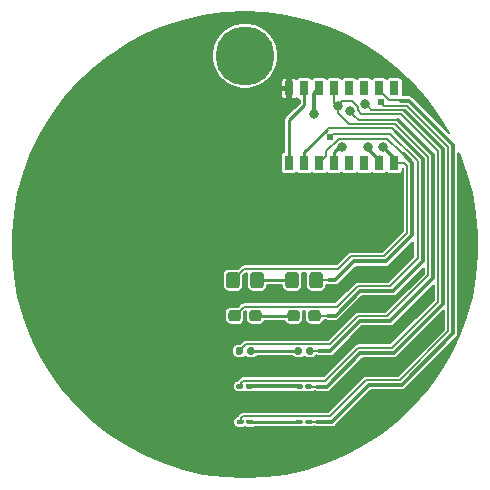
<source format=gbr>
G04 #@! TF.GenerationSoftware,KiCad,Pcbnew,5.1.9*
G04 #@! TF.CreationDate,2021-04-20T19:19:39+02:00*
G04 #@! TF.ProjectId,nibble++,6e696262-6c65-42b2-9b2e-6b696361645f,rev?*
G04 #@! TF.SameCoordinates,Original*
G04 #@! TF.FileFunction,Copper,L1,Top*
G04 #@! TF.FilePolarity,Positive*
%FSLAX46Y46*%
G04 Gerber Fmt 4.6, Leading zero omitted, Abs format (unit mm)*
G04 Created by KiCad (PCBNEW 5.1.9) date 2021-04-20 19:19:39*
%MOMM*%
%LPD*%
G01*
G04 APERTURE LIST*
G04 #@! TA.AperFunction,ComponentPad*
%ADD10C,5.000000*%
G04 #@! TD*
G04 #@! TA.AperFunction,SMDPad,CuDef*
%ADD11R,0.800000X1.300000*%
G04 #@! TD*
G04 #@! TA.AperFunction,ViaPad*
%ADD12C,0.800000*%
G04 #@! TD*
G04 #@! TA.AperFunction,ViaPad*
%ADD13C,0.604800*%
G04 #@! TD*
G04 #@! TA.AperFunction,Conductor*
%ADD14C,0.152400*%
G04 #@! TD*
G04 #@! TA.AperFunction,Conductor*
%ADD15C,0.304800*%
G04 #@! TD*
G04 #@! TA.AperFunction,Conductor*
%ADD16C,0.250000*%
G04 #@! TD*
G04 #@! TA.AperFunction,Conductor*
%ADD17C,0.177800*%
G04 #@! TD*
G04 #@! TA.AperFunction,Conductor*
%ADD18C,0.100000*%
G04 #@! TD*
G04 APERTURE END LIST*
G04 #@! TA.AperFunction,SMDPad,CuDef*
G36*
G01*
X103600000Y-106237500D02*
X103600000Y-105762500D01*
G75*
G02*
X103837500Y-105525000I237500J0D01*
G01*
X104412500Y-105525000D01*
G75*
G02*
X104650000Y-105762500I0J-237500D01*
G01*
X104650000Y-106237500D01*
G75*
G02*
X104412500Y-106475000I-237500J0D01*
G01*
X103837500Y-106475000D01*
G75*
G02*
X103600000Y-106237500I0J237500D01*
G01*
G37*
G04 #@! TD.AperFunction*
G04 #@! TA.AperFunction,SMDPad,CuDef*
G36*
G01*
X105350000Y-106237500D02*
X105350000Y-105762500D01*
G75*
G02*
X105587500Y-105525000I237500J0D01*
G01*
X106162500Y-105525000D01*
G75*
G02*
X106400000Y-105762500I0J-237500D01*
G01*
X106400000Y-106237500D01*
G75*
G02*
X106162500Y-106475000I-237500J0D01*
G01*
X105587500Y-106475000D01*
G75*
G02*
X105350000Y-106237500I0J237500D01*
G01*
G37*
G04 #@! TD.AperFunction*
G04 #@! TA.AperFunction,SMDPad,CuDef*
G36*
G01*
X103400000Y-103450001D02*
X103400000Y-102549999D01*
G75*
G02*
X103649999Y-102300000I249999J0D01*
G01*
X104300001Y-102300000D01*
G75*
G02*
X104550000Y-102549999I0J-249999D01*
G01*
X104550000Y-103450001D01*
G75*
G02*
X104300001Y-103700000I-249999J0D01*
G01*
X103649999Y-103700000D01*
G75*
G02*
X103400000Y-103450001I0J249999D01*
G01*
G37*
G04 #@! TD.AperFunction*
G04 #@! TA.AperFunction,SMDPad,CuDef*
G36*
G01*
X105450000Y-103450001D02*
X105450000Y-102549999D01*
G75*
G02*
X105699999Y-102300000I249999J0D01*
G01*
X106350001Y-102300000D01*
G75*
G02*
X106600000Y-102549999I0J-249999D01*
G01*
X106600000Y-103450001D01*
G75*
G02*
X106350001Y-103700000I-249999J0D01*
G01*
X105699999Y-103700000D01*
G75*
G02*
X105450000Y-103450001I0J249999D01*
G01*
G37*
G04 #@! TD.AperFunction*
G04 #@! TA.AperFunction,SMDPad,CuDef*
G36*
G01*
X100190000Y-109172500D02*
X100190000Y-108827500D01*
G75*
G02*
X100337500Y-108680000I147500J0D01*
G01*
X100632500Y-108680000D01*
G75*
G02*
X100780000Y-108827500I0J-147500D01*
G01*
X100780000Y-109172500D01*
G75*
G02*
X100632500Y-109320000I-147500J0D01*
G01*
X100337500Y-109320000D01*
G75*
G02*
X100190000Y-109172500I0J147500D01*
G01*
G37*
G04 #@! TD.AperFunction*
G04 #@! TA.AperFunction,SMDPad,CuDef*
G36*
G01*
X99220000Y-109172500D02*
X99220000Y-108827500D01*
G75*
G02*
X99367500Y-108680000I147500J0D01*
G01*
X99662500Y-108680000D01*
G75*
G02*
X99810000Y-108827500I0J-147500D01*
G01*
X99810000Y-109172500D01*
G75*
G02*
X99662500Y-109320000I-147500J0D01*
G01*
X99367500Y-109320000D01*
G75*
G02*
X99220000Y-109172500I0J147500D01*
G01*
G37*
G04 #@! TD.AperFunction*
D10*
X100000000Y-84000000D03*
G04 #@! TA.AperFunction,SMDPad,CuDef*
G36*
G01*
X105190000Y-109172500D02*
X105190000Y-108827500D01*
G75*
G02*
X105337500Y-108680000I147500J0D01*
G01*
X105632500Y-108680000D01*
G75*
G02*
X105780000Y-108827500I0J-147500D01*
G01*
X105780000Y-109172500D01*
G75*
G02*
X105632500Y-109320000I-147500J0D01*
G01*
X105337500Y-109320000D01*
G75*
G02*
X105190000Y-109172500I0J147500D01*
G01*
G37*
G04 #@! TD.AperFunction*
G04 #@! TA.AperFunction,SMDPad,CuDef*
G36*
G01*
X104220000Y-109172500D02*
X104220000Y-108827500D01*
G75*
G02*
X104367500Y-108680000I147500J0D01*
G01*
X104662500Y-108680000D01*
G75*
G02*
X104810000Y-108827500I0J-147500D01*
G01*
X104810000Y-109172500D01*
G75*
G02*
X104662500Y-109320000I-147500J0D01*
G01*
X104367500Y-109320000D01*
G75*
G02*
X104220000Y-109172500I0J147500D01*
G01*
G37*
G04 #@! TD.AperFunction*
G04 #@! TA.AperFunction,SMDPad,CuDef*
G36*
G01*
X98400000Y-103450001D02*
X98400000Y-102549999D01*
G75*
G02*
X98649999Y-102300000I249999J0D01*
G01*
X99300001Y-102300000D01*
G75*
G02*
X99550000Y-102549999I0J-249999D01*
G01*
X99550000Y-103450001D01*
G75*
G02*
X99300001Y-103700000I-249999J0D01*
G01*
X98649999Y-103700000D01*
G75*
G02*
X98400000Y-103450001I0J249999D01*
G01*
G37*
G04 #@! TD.AperFunction*
G04 #@! TA.AperFunction,SMDPad,CuDef*
G36*
G01*
X100450000Y-103450001D02*
X100450000Y-102549999D01*
G75*
G02*
X100699999Y-102300000I249999J0D01*
G01*
X101350001Y-102300000D01*
G75*
G02*
X101600000Y-102549999I0J-249999D01*
G01*
X101600000Y-103450001D01*
G75*
G02*
X101350001Y-103700000I-249999J0D01*
G01*
X100699999Y-103700000D01*
G75*
G02*
X100450000Y-103450001I0J249999D01*
G01*
G37*
G04 #@! TD.AperFunction*
G04 #@! TA.AperFunction,SMDPad,CuDef*
G36*
G01*
X98600000Y-106237500D02*
X98600000Y-105762500D01*
G75*
G02*
X98837500Y-105525000I237500J0D01*
G01*
X99412500Y-105525000D01*
G75*
G02*
X99650000Y-105762500I0J-237500D01*
G01*
X99650000Y-106237500D01*
G75*
G02*
X99412500Y-106475000I-237500J0D01*
G01*
X98837500Y-106475000D01*
G75*
G02*
X98600000Y-106237500I0J237500D01*
G01*
G37*
G04 #@! TD.AperFunction*
G04 #@! TA.AperFunction,SMDPad,CuDef*
G36*
G01*
X100350000Y-106237500D02*
X100350000Y-105762500D01*
G75*
G02*
X100587500Y-105525000I237500J0D01*
G01*
X101162500Y-105525000D01*
G75*
G02*
X101400000Y-105762500I0J-237500D01*
G01*
X101400000Y-106237500D01*
G75*
G02*
X101162500Y-106475000I-237500J0D01*
G01*
X100587500Y-106475000D01*
G75*
G02*
X100350000Y-106237500I0J237500D01*
G01*
G37*
G04 #@! TD.AperFunction*
G04 #@! TA.AperFunction,SMDPad,CuDef*
G36*
G01*
X100064200Y-112088600D02*
X100064200Y-111888600D01*
G75*
G02*
X100164200Y-111788600I100000J0D01*
G01*
X100564200Y-111788600D01*
G75*
G02*
X100664200Y-111888600I0J-100000D01*
G01*
X100664200Y-112088600D01*
G75*
G02*
X100564200Y-112188600I-100000J0D01*
G01*
X100164200Y-112188600D01*
G75*
G02*
X100064200Y-112088600I0J100000D01*
G01*
G37*
G04 #@! TD.AperFunction*
G04 #@! TA.AperFunction,SMDPad,CuDef*
G36*
G01*
X99264200Y-112088600D02*
X99264200Y-111888600D01*
G75*
G02*
X99364200Y-111788600I100000J0D01*
G01*
X99764200Y-111788600D01*
G75*
G02*
X99864200Y-111888600I0J-100000D01*
G01*
X99864200Y-112088600D01*
G75*
G02*
X99764200Y-112188600I-100000J0D01*
G01*
X99364200Y-112188600D01*
G75*
G02*
X99264200Y-112088600I0J100000D01*
G01*
G37*
G04 #@! TD.AperFunction*
G04 #@! TA.AperFunction,SMDPad,CuDef*
G36*
G01*
X99300000Y-115100000D02*
X99300000Y-114900000D01*
G75*
G02*
X99400000Y-114800000I100000J0D01*
G01*
X99800000Y-114800000D01*
G75*
G02*
X99900000Y-114900000I0J-100000D01*
G01*
X99900000Y-115100000D01*
G75*
G02*
X99800000Y-115200000I-100000J0D01*
G01*
X99400000Y-115200000D01*
G75*
G02*
X99300000Y-115100000I0J100000D01*
G01*
G37*
G04 #@! TD.AperFunction*
G04 #@! TA.AperFunction,SMDPad,CuDef*
G36*
G01*
X100100000Y-115100000D02*
X100100000Y-114900000D01*
G75*
G02*
X100200000Y-114800000I100000J0D01*
G01*
X100600000Y-114800000D01*
G75*
G02*
X100700000Y-114900000I0J-100000D01*
G01*
X100700000Y-115100000D01*
G75*
G02*
X100600000Y-115200000I-100000J0D01*
G01*
X100200000Y-115200000D01*
G75*
G02*
X100100000Y-115100000I0J100000D01*
G01*
G37*
G04 #@! TD.AperFunction*
G04 #@! TA.AperFunction,SMDPad,CuDef*
G36*
G01*
X104300000Y-112100000D02*
X104300000Y-111900000D01*
G75*
G02*
X104400000Y-111800000I100000J0D01*
G01*
X104800000Y-111800000D01*
G75*
G02*
X104900000Y-111900000I0J-100000D01*
G01*
X104900000Y-112100000D01*
G75*
G02*
X104800000Y-112200000I-100000J0D01*
G01*
X104400000Y-112200000D01*
G75*
G02*
X104300000Y-112100000I0J100000D01*
G01*
G37*
G04 #@! TD.AperFunction*
G04 #@! TA.AperFunction,SMDPad,CuDef*
G36*
G01*
X105100000Y-112100000D02*
X105100000Y-111900000D01*
G75*
G02*
X105200000Y-111800000I100000J0D01*
G01*
X105600000Y-111800000D01*
G75*
G02*
X105700000Y-111900000I0J-100000D01*
G01*
X105700000Y-112100000D01*
G75*
G02*
X105600000Y-112200000I-100000J0D01*
G01*
X105200000Y-112200000D01*
G75*
G02*
X105100000Y-112100000I0J100000D01*
G01*
G37*
G04 #@! TD.AperFunction*
G04 #@! TA.AperFunction,SMDPad,CuDef*
G36*
G01*
X104300000Y-115073500D02*
X104300000Y-114923500D01*
G75*
G02*
X104375000Y-114848500I75000J0D01*
G01*
X104825000Y-114848500D01*
G75*
G02*
X104900000Y-114923500I0J-75000D01*
G01*
X104900000Y-115073500D01*
G75*
G02*
X104825000Y-115148500I-75000J0D01*
G01*
X104375000Y-115148500D01*
G75*
G02*
X104300000Y-115073500I0J75000D01*
G01*
G37*
G04 #@! TD.AperFunction*
G04 #@! TA.AperFunction,SMDPad,CuDef*
G36*
G01*
X105100000Y-115073500D02*
X105100000Y-114923500D01*
G75*
G02*
X105175000Y-114848500I75000J0D01*
G01*
X105625000Y-114848500D01*
G75*
G02*
X105700000Y-114923500I0J-75000D01*
G01*
X105700000Y-115073500D01*
G75*
G02*
X105625000Y-115148500I-75000J0D01*
G01*
X105175000Y-115148500D01*
G75*
G02*
X105100000Y-115073500I0J75000D01*
G01*
G37*
G04 #@! TD.AperFunction*
D11*
X103754000Y-93066000D03*
X105034000Y-93066000D03*
X106294000Y-93066000D03*
X107564000Y-93066000D03*
X108844000Y-93066000D03*
X110114000Y-93066000D03*
X111374000Y-93066000D03*
X112654000Y-93066000D03*
X112654000Y-86766000D03*
X111374000Y-86766000D03*
X110114000Y-86766000D03*
X108844000Y-86766000D03*
X107564000Y-86766000D03*
X106294000Y-86766000D03*
X105034000Y-86766000D03*
X103754000Y-86766000D03*
D12*
X107856229Y-88267646D03*
X111675547Y-91702253D03*
D13*
X107182213Y-90906908D03*
X111498410Y-87918412D03*
D12*
X103759000Y-88328500D03*
X108861082Y-88676976D03*
X108188506Y-91751400D03*
X110143505Y-88052807D03*
X110430189Y-91684410D03*
X105854500Y-88963500D03*
D14*
X99515000Y-106390000D02*
X99125000Y-106000000D01*
X99680000Y-109165000D02*
X99515000Y-109000000D01*
X107564000Y-86766000D02*
X107564000Y-87975417D01*
X107564000Y-87975417D02*
X107856229Y-88267646D01*
X109537283Y-88606399D02*
X109537283Y-88352399D01*
X116344644Y-104825856D02*
X116344644Y-92087644D01*
X99680000Y-111700000D02*
X99874000Y-111506000D01*
X106807000Y-111506000D02*
X109601000Y-108712000D01*
X109601000Y-108712000D02*
X112458500Y-108712000D01*
X116344644Y-92087644D02*
X113182400Y-88925400D01*
X109052531Y-87867647D02*
X108256228Y-87867647D01*
X109537283Y-88352399D02*
X109052531Y-87867647D01*
X112458500Y-108712000D02*
X116344644Y-104825856D01*
X109856284Y-88925400D02*
X109537283Y-88606399D01*
X113182400Y-88925400D02*
X109856284Y-88925400D01*
X99874000Y-111506000D02*
X106807000Y-111506000D01*
X108256228Y-87867647D02*
X107856229Y-88267646D01*
D15*
X112654000Y-92680706D02*
X112075546Y-92102252D01*
X112075546Y-92102252D02*
X111675547Y-91702253D01*
X112654000Y-93066000D02*
X112654000Y-92680706D01*
D14*
X99826800Y-111506000D02*
X99644200Y-111688600D01*
X99644200Y-111688600D02*
X99644200Y-111988600D01*
X99874000Y-111506000D02*
X99826800Y-111506000D01*
X107856229Y-88833331D02*
X107856229Y-88267646D01*
X108805519Y-89782621D02*
X107856229Y-88833331D01*
X112702293Y-89782621D02*
X108805519Y-89782621D01*
X115487422Y-92567750D02*
X112702293Y-89782621D01*
X100111210Y-108403790D02*
X107191410Y-108403790D01*
X107191410Y-108403790D02*
X109550200Y-106045000D01*
X99515000Y-109000000D02*
X100111210Y-108403790D01*
X115487422Y-102596978D02*
X115487422Y-92567750D01*
X109550200Y-106045000D02*
X112039400Y-106045000D01*
X112039400Y-106045000D02*
X115487422Y-102596978D01*
X107484612Y-90604509D02*
X107182213Y-90906908D01*
X114617500Y-92925900D02*
X112296109Y-90604509D01*
X99876210Y-105248790D02*
X107806410Y-105248790D01*
X109550200Y-103505000D02*
X112268000Y-103505000D01*
X99125000Y-106000000D02*
X99876210Y-105248790D01*
X112296109Y-90604509D02*
X107484612Y-90604509D01*
X107806410Y-105248790D02*
X109550200Y-103505000D01*
X112268000Y-103505000D02*
X114617500Y-101155500D01*
X114617500Y-101155500D02*
X114617500Y-92925900D01*
X113093500Y-111442500D02*
X117205111Y-107330889D01*
X110239080Y-111442500D02*
X113093500Y-111442500D01*
X113689872Y-88220578D02*
X111800576Y-88220578D01*
X117205111Y-107330889D02*
X117205111Y-91735817D01*
X111800576Y-88220578D02*
X111498410Y-87918412D01*
X99680000Y-115000000D02*
X99680000Y-114700000D01*
X117205111Y-91735817D02*
X113689872Y-88220578D01*
X107157790Y-114523790D02*
X110239080Y-111442500D01*
X99680000Y-114700000D02*
X99856210Y-114523790D01*
X99856210Y-114523790D02*
X107157790Y-114523790D01*
X113466000Y-93066000D02*
X112654000Y-93066000D01*
X113728500Y-93328500D02*
X113466000Y-93066000D01*
X108966000Y-100965000D02*
X111760000Y-100965000D01*
X113728500Y-98996500D02*
X113728500Y-93328500D01*
X98975000Y-103000000D02*
X99951210Y-102023790D01*
X99951210Y-102023790D02*
X107907210Y-102023790D01*
X107907210Y-102023790D02*
X108966000Y-100965000D01*
X111760000Y-100965000D02*
X113728500Y-98996500D01*
D16*
X103759000Y-86771000D02*
X103754000Y-86766000D01*
X103759000Y-88328500D02*
X103759000Y-86771000D01*
X101025000Y-103000000D02*
X103975000Y-103000000D01*
X100875000Y-106000000D02*
X104125000Y-106000000D01*
X100485000Y-109000000D02*
X104515000Y-109000000D01*
D15*
X104668600Y-111988600D02*
X104680000Y-112000000D01*
X100284200Y-111988600D02*
X104668600Y-111988600D01*
D16*
X100320000Y-115000000D02*
X104724990Y-115000000D01*
D14*
X113426889Y-92341435D02*
X113225253Y-92139799D01*
X113225253Y-92139799D02*
X113196399Y-92139799D01*
X113196399Y-92139799D02*
X112064800Y-91008200D01*
X106887799Y-92472201D02*
X106294000Y-93066000D01*
X106887799Y-92051329D02*
X106887799Y-92472201D01*
X107930928Y-91008200D02*
X106887799Y-92051329D01*
X112064800Y-91008200D02*
X107930928Y-91008200D01*
X106025000Y-103000000D02*
X106931000Y-103000000D01*
D15*
X114173000Y-93087546D02*
X113426889Y-92341435D01*
X114173000Y-99187000D02*
X114173000Y-93087546D01*
X111950500Y-101409500D02*
X114173000Y-99187000D01*
X109220000Y-101409500D02*
X111950500Y-101409500D01*
X107629500Y-103000000D02*
X109220000Y-101409500D01*
D14*
X106025000Y-103000000D02*
X107108800Y-103000000D01*
D15*
X107108800Y-103000000D02*
X107629500Y-103000000D01*
D16*
X105034000Y-93066000D02*
X105034000Y-92166000D01*
X105034000Y-92166000D02*
X106914577Y-90285423D01*
D14*
X112746884Y-90445684D02*
X112436231Y-90135031D01*
X112746884Y-90449137D02*
X112746884Y-90445684D01*
X107064969Y-90135031D02*
X106914577Y-90285423D01*
X112436231Y-90135031D02*
X107064969Y-90135031D01*
D15*
X114795036Y-92497289D02*
X112746884Y-90449137D01*
X107664800Y-106000000D02*
X109731189Y-103933611D01*
X109731189Y-103933611D02*
X112521736Y-103933611D01*
X112521736Y-103933611D02*
X115058811Y-101396536D01*
X115058811Y-101396536D02*
X115058811Y-92761064D01*
X115058811Y-92761064D02*
X114795036Y-92497289D01*
X107048300Y-106000000D02*
X107664800Y-106000000D01*
D14*
X105875000Y-106000000D02*
X107048300Y-106000000D01*
D15*
X115461599Y-91935780D02*
X115461598Y-91935780D01*
X115461599Y-91935780D02*
X115461597Y-91935780D01*
X115461597Y-91935780D02*
X112933817Y-89408000D01*
D14*
X112823611Y-89430211D02*
X109614317Y-89430211D01*
X109261081Y-89076975D02*
X108861082Y-88676976D01*
X109614317Y-89430211D02*
X109261081Y-89076975D01*
D15*
X115916033Y-92390214D02*
X115461599Y-91935780D01*
X107201346Y-109000000D02*
X109727735Y-106473611D01*
X112293136Y-106473611D02*
X115916033Y-102850714D01*
X109727735Y-106473611D02*
X112293136Y-106473611D01*
X115916033Y-102850714D02*
X115916033Y-92390214D01*
D16*
X107978600Y-91751400D02*
X108188506Y-91751400D01*
X107564000Y-92166000D02*
X107978600Y-91751400D01*
X107564000Y-93066000D02*
X107564000Y-92166000D01*
D14*
X105485000Y-109000000D02*
X106104400Y-109000000D01*
X105485000Y-109000000D02*
X106294900Y-109000000D01*
D15*
X106294900Y-109000000D02*
X107201346Y-109000000D01*
D16*
X111374000Y-93066000D02*
X111374000Y-92449400D01*
D15*
X106919146Y-112000000D02*
X109778535Y-109140611D01*
X109778535Y-109140611D02*
X112636036Y-109140611D01*
X112636036Y-109140611D02*
X116776500Y-105000147D01*
X116776500Y-105000147D02*
X116776500Y-91913353D01*
X116776500Y-91913353D02*
X113512336Y-88649189D01*
D14*
X113512336Y-88649189D02*
X113436136Y-88572989D01*
X110663687Y-88572989D02*
X110543504Y-88452806D01*
X110543504Y-88452806D02*
X110143505Y-88052807D01*
X113436136Y-88572989D02*
X110663687Y-88572989D01*
D16*
X111374000Y-92816000D02*
X110430189Y-91872189D01*
X110430189Y-91872189D02*
X110430189Y-91684410D01*
X111374000Y-93066000D02*
X111374000Y-92816000D01*
D14*
X105400000Y-112000000D02*
X106081800Y-112000000D01*
D15*
X106081800Y-112000000D02*
X106919146Y-112000000D01*
D14*
X105250000Y-115000000D02*
X106100000Y-115000000D01*
D15*
X107377000Y-115000000D02*
X110490000Y-111887000D01*
X110490000Y-111887000D02*
X112712500Y-111887000D01*
X112712500Y-111887000D02*
X112776000Y-111887000D01*
X113255147Y-111887000D02*
X110490000Y-111887000D01*
X117633722Y-107508425D02*
X113255147Y-111887000D01*
X117633722Y-91558281D02*
X117633722Y-107508425D01*
X113182400Y-87791967D02*
X113867408Y-87791967D01*
X113867408Y-87791967D02*
X117633722Y-91558281D01*
D14*
X111374000Y-86766000D02*
X111374000Y-86930799D01*
X113128411Y-87737978D02*
X113182400Y-87791967D01*
X112181179Y-87737978D02*
X113128411Y-87737978D01*
X111374000Y-86930799D02*
X112181179Y-87737978D01*
D15*
X106100000Y-115000000D02*
X107377000Y-115000000D01*
X105854500Y-87205500D02*
X106294000Y-86766000D01*
X105854500Y-88963500D02*
X105854500Y-87205500D01*
D16*
X105034000Y-88126502D02*
X105034000Y-87666000D01*
X105034000Y-87666000D02*
X105034000Y-86766000D01*
X103754000Y-89406502D02*
X105034000Y-88126502D01*
X103754000Y-93066000D02*
X103754000Y-89406502D01*
D17*
X101764433Y-80395541D02*
X103514660Y-80632625D01*
X105236589Y-81025644D01*
X106916357Y-81571434D01*
X108540437Y-82265599D01*
X110095756Y-83102551D01*
X111569789Y-84075552D01*
X112950668Y-85176767D01*
X114227277Y-86397330D01*
X115389336Y-87727414D01*
X116427490Y-89156309D01*
X117275986Y-90576454D01*
X114194790Y-87495258D01*
X114180964Y-87478411D01*
X114113767Y-87423264D01*
X114037103Y-87382286D01*
X113953918Y-87357052D01*
X113889086Y-87350667D01*
X113889084Y-87350667D01*
X113867408Y-87348532D01*
X113845732Y-87350667D01*
X113344297Y-87350667D01*
X113344297Y-86116000D01*
X113338719Y-86059366D01*
X113322199Y-86004908D01*
X113295373Y-85954720D01*
X113259271Y-85910729D01*
X113215280Y-85874627D01*
X113165092Y-85847801D01*
X113110634Y-85831281D01*
X113054000Y-85825703D01*
X112254000Y-85825703D01*
X112197366Y-85831281D01*
X112142908Y-85847801D01*
X112092720Y-85874627D01*
X112048729Y-85910729D01*
X112014000Y-85953047D01*
X111979271Y-85910729D01*
X111935280Y-85874627D01*
X111885092Y-85847801D01*
X111830634Y-85831281D01*
X111774000Y-85825703D01*
X110974000Y-85825703D01*
X110917366Y-85831281D01*
X110862908Y-85847801D01*
X110812720Y-85874627D01*
X110768729Y-85910729D01*
X110744000Y-85940862D01*
X110719271Y-85910729D01*
X110675280Y-85874627D01*
X110625092Y-85847801D01*
X110570634Y-85831281D01*
X110514000Y-85825703D01*
X109714000Y-85825703D01*
X109657366Y-85831281D01*
X109602908Y-85847801D01*
X109552720Y-85874627D01*
X109508729Y-85910729D01*
X109479000Y-85946954D01*
X109449271Y-85910729D01*
X109405280Y-85874627D01*
X109355092Y-85847801D01*
X109300634Y-85831281D01*
X109244000Y-85825703D01*
X108444000Y-85825703D01*
X108387366Y-85831281D01*
X108332908Y-85847801D01*
X108282720Y-85874627D01*
X108238729Y-85910729D01*
X108204000Y-85953047D01*
X108169271Y-85910729D01*
X108125280Y-85874627D01*
X108075092Y-85847801D01*
X108020634Y-85831281D01*
X107964000Y-85825703D01*
X107164000Y-85825703D01*
X107107366Y-85831281D01*
X107052908Y-85847801D01*
X107002720Y-85874627D01*
X106958729Y-85910729D01*
X106929000Y-85946954D01*
X106899271Y-85910729D01*
X106855280Y-85874627D01*
X106805092Y-85847801D01*
X106750634Y-85831281D01*
X106694000Y-85825703D01*
X105894000Y-85825703D01*
X105837366Y-85831281D01*
X105782908Y-85847801D01*
X105732720Y-85874627D01*
X105688729Y-85910729D01*
X105664000Y-85940862D01*
X105639271Y-85910729D01*
X105595280Y-85874627D01*
X105545092Y-85847801D01*
X105490634Y-85831281D01*
X105434000Y-85825703D01*
X104634000Y-85825703D01*
X104577366Y-85831281D01*
X104522908Y-85847801D01*
X104472720Y-85874627D01*
X104428729Y-85910729D01*
X104392627Y-85954720D01*
X104381414Y-85975697D01*
X104376826Y-85967113D01*
X104343498Y-85926502D01*
X104302887Y-85893174D01*
X104256555Y-85868410D01*
X104206282Y-85853159D01*
X104154000Y-85848010D01*
X103985775Y-85849300D01*
X103919100Y-85915975D01*
X103919100Y-86600900D01*
X103939100Y-86600900D01*
X103939100Y-86931100D01*
X103919100Y-86931100D01*
X103919100Y-87616025D01*
X103985775Y-87682700D01*
X104154000Y-87683990D01*
X104206282Y-87678841D01*
X104256555Y-87663590D01*
X104302887Y-87638826D01*
X104343498Y-87605498D01*
X104376826Y-87564887D01*
X104381414Y-87556303D01*
X104392627Y-87577280D01*
X104428729Y-87621271D01*
X104472720Y-87657373D01*
X104522908Y-87684199D01*
X104577366Y-87700719D01*
X104620101Y-87704928D01*
X104620100Y-87955059D01*
X103475702Y-89099458D01*
X103459914Y-89112415D01*
X103446957Y-89128203D01*
X103446955Y-89128205D01*
X103408191Y-89175439D01*
X103369757Y-89247344D01*
X103346090Y-89325364D01*
X103338099Y-89406502D01*
X103340101Y-89426830D01*
X103340100Y-92127072D01*
X103297366Y-92131281D01*
X103242908Y-92147801D01*
X103192720Y-92174627D01*
X103148729Y-92210729D01*
X103112627Y-92254720D01*
X103085801Y-92304908D01*
X103069281Y-92359366D01*
X103063703Y-92416000D01*
X103063703Y-93716000D01*
X103069281Y-93772634D01*
X103085801Y-93827092D01*
X103112627Y-93877280D01*
X103148729Y-93921271D01*
X103192720Y-93957373D01*
X103242908Y-93984199D01*
X103297366Y-94000719D01*
X103354000Y-94006297D01*
X104154000Y-94006297D01*
X104210634Y-94000719D01*
X104265092Y-93984199D01*
X104315280Y-93957373D01*
X104359271Y-93921271D01*
X104394000Y-93878953D01*
X104428729Y-93921271D01*
X104472720Y-93957373D01*
X104522908Y-93984199D01*
X104577366Y-94000719D01*
X104634000Y-94006297D01*
X105434000Y-94006297D01*
X105490634Y-94000719D01*
X105545092Y-93984199D01*
X105595280Y-93957373D01*
X105639271Y-93921271D01*
X105664000Y-93891138D01*
X105688729Y-93921271D01*
X105732720Y-93957373D01*
X105782908Y-93984199D01*
X105837366Y-94000719D01*
X105894000Y-94006297D01*
X106694000Y-94006297D01*
X106750634Y-94000719D01*
X106805092Y-93984199D01*
X106855280Y-93957373D01*
X106899271Y-93921271D01*
X106929000Y-93885046D01*
X106958729Y-93921271D01*
X107002720Y-93957373D01*
X107052908Y-93984199D01*
X107107366Y-94000719D01*
X107164000Y-94006297D01*
X107964000Y-94006297D01*
X108020634Y-94000719D01*
X108075092Y-93984199D01*
X108125280Y-93957373D01*
X108169271Y-93921271D01*
X108204000Y-93878953D01*
X108238729Y-93921271D01*
X108282720Y-93957373D01*
X108332908Y-93984199D01*
X108387366Y-94000719D01*
X108444000Y-94006297D01*
X109244000Y-94006297D01*
X109300634Y-94000719D01*
X109355092Y-93984199D01*
X109405280Y-93957373D01*
X109449271Y-93921271D01*
X109479000Y-93885046D01*
X109508729Y-93921271D01*
X109552720Y-93957373D01*
X109602908Y-93984199D01*
X109657366Y-94000719D01*
X109714000Y-94006297D01*
X110514000Y-94006297D01*
X110570634Y-94000719D01*
X110625092Y-93984199D01*
X110675280Y-93957373D01*
X110719271Y-93921271D01*
X110744000Y-93891138D01*
X110768729Y-93921271D01*
X110812720Y-93957373D01*
X110862908Y-93984199D01*
X110917366Y-94000719D01*
X110974000Y-94006297D01*
X111774000Y-94006297D01*
X111830634Y-94000719D01*
X111885092Y-93984199D01*
X111935280Y-93957373D01*
X111979271Y-93921271D01*
X112014000Y-93878953D01*
X112048729Y-93921271D01*
X112092720Y-93957373D01*
X112142908Y-93984199D01*
X112197366Y-94000719D01*
X112254000Y-94006297D01*
X113054000Y-94006297D01*
X113110634Y-94000719D01*
X113165092Y-93984199D01*
X113215280Y-93957373D01*
X113259271Y-93921271D01*
X113295373Y-93877280D01*
X113322199Y-93827092D01*
X113338719Y-93772634D01*
X113344297Y-93716000D01*
X113344297Y-93460626D01*
X113363401Y-93479730D01*
X113363400Y-98845271D01*
X111608772Y-100599900D01*
X108983920Y-100599900D01*
X108965999Y-100598135D01*
X108948078Y-100599900D01*
X108948069Y-100599900D01*
X108894428Y-100605183D01*
X108825606Y-100626060D01*
X108762180Y-100659962D01*
X108706587Y-100705587D01*
X108695158Y-100719513D01*
X107755982Y-101658690D01*
X99969130Y-101658690D01*
X99951209Y-101656925D01*
X99933288Y-101658690D01*
X99933279Y-101658690D01*
X99879638Y-101663973D01*
X99810816Y-101684850D01*
X99747390Y-101718752D01*
X99691797Y-101764377D01*
X99680368Y-101778303D01*
X99430864Y-102027807D01*
X99405408Y-102020085D01*
X99300001Y-102009703D01*
X98649999Y-102009703D01*
X98544592Y-102020085D01*
X98443237Y-102050831D01*
X98349827Y-102100759D01*
X98267952Y-102167952D01*
X98200759Y-102249827D01*
X98150831Y-102343237D01*
X98120085Y-102444592D01*
X98109703Y-102549999D01*
X98109703Y-103450001D01*
X98120085Y-103555408D01*
X98150831Y-103656763D01*
X98200759Y-103750173D01*
X98267952Y-103832048D01*
X98349827Y-103899241D01*
X98443237Y-103949169D01*
X98544592Y-103979915D01*
X98649999Y-103990297D01*
X99300001Y-103990297D01*
X99405408Y-103979915D01*
X99506763Y-103949169D01*
X99600173Y-103899241D01*
X99682048Y-103832048D01*
X99749241Y-103750173D01*
X99799169Y-103656763D01*
X99829915Y-103555408D01*
X99840297Y-103450001D01*
X99840297Y-102651032D01*
X100102439Y-102388890D01*
X100186982Y-102388890D01*
X100170085Y-102444592D01*
X100159703Y-102549999D01*
X100159703Y-103450001D01*
X100170085Y-103555408D01*
X100200831Y-103656763D01*
X100250759Y-103750173D01*
X100317952Y-103832048D01*
X100399827Y-103899241D01*
X100493237Y-103949169D01*
X100594592Y-103979915D01*
X100699999Y-103990297D01*
X101350001Y-103990297D01*
X101455408Y-103979915D01*
X101556763Y-103949169D01*
X101650173Y-103899241D01*
X101732048Y-103832048D01*
X101799241Y-103750173D01*
X101849169Y-103656763D01*
X101879915Y-103555408D01*
X101890297Y-103450001D01*
X101890297Y-103413900D01*
X103109703Y-103413900D01*
X103109703Y-103450001D01*
X103120085Y-103555408D01*
X103150831Y-103656763D01*
X103200759Y-103750173D01*
X103267952Y-103832048D01*
X103349827Y-103899241D01*
X103443237Y-103949169D01*
X103544592Y-103979915D01*
X103649999Y-103990297D01*
X104300001Y-103990297D01*
X104405408Y-103979915D01*
X104506763Y-103949169D01*
X104600173Y-103899241D01*
X104682048Y-103832048D01*
X104749241Y-103750173D01*
X104799169Y-103656763D01*
X104829915Y-103555408D01*
X104840297Y-103450001D01*
X104840297Y-102549999D01*
X104829915Y-102444592D01*
X104813018Y-102388890D01*
X105186982Y-102388890D01*
X105170085Y-102444592D01*
X105159703Y-102549999D01*
X105159703Y-103450001D01*
X105170085Y-103555408D01*
X105200831Y-103656763D01*
X105250759Y-103750173D01*
X105317952Y-103832048D01*
X105399827Y-103899241D01*
X105493237Y-103949169D01*
X105594592Y-103979915D01*
X105699999Y-103990297D01*
X106350001Y-103990297D01*
X106455408Y-103979915D01*
X106556763Y-103949169D01*
X106650173Y-103899241D01*
X106732048Y-103832048D01*
X106799241Y-103750173D01*
X106849169Y-103656763D01*
X106879915Y-103555408D01*
X106890297Y-103450001D01*
X106890297Y-103383592D01*
X106939105Y-103409681D01*
X107022290Y-103434915D01*
X107087122Y-103441300D01*
X107607824Y-103441300D01*
X107629500Y-103443435D01*
X107651176Y-103441300D01*
X107651178Y-103441300D01*
X107716010Y-103434915D01*
X107799195Y-103409681D01*
X107875859Y-103368703D01*
X107943056Y-103313556D01*
X107956881Y-103296710D01*
X109402793Y-101850800D01*
X111928824Y-101850800D01*
X111950500Y-101852935D01*
X111972176Y-101850800D01*
X111972178Y-101850800D01*
X112037010Y-101844415D01*
X112120195Y-101819181D01*
X112196859Y-101778203D01*
X112264056Y-101723056D01*
X112277882Y-101706210D01*
X114252400Y-99731693D01*
X114252400Y-101004271D01*
X112116772Y-103139900D01*
X109568120Y-103139900D01*
X109550199Y-103138135D01*
X109532278Y-103139900D01*
X109532269Y-103139900D01*
X109478628Y-103145183D01*
X109409806Y-103166060D01*
X109346380Y-103199962D01*
X109290787Y-103245587D01*
X109279358Y-103259513D01*
X107655182Y-104883690D01*
X99894130Y-104883690D01*
X99876209Y-104881925D01*
X99858288Y-104883690D01*
X99858279Y-104883690D01*
X99804638Y-104888973D01*
X99735816Y-104909850D01*
X99672390Y-104943752D01*
X99616797Y-104989377D01*
X99605368Y-105003303D01*
X99373968Y-105234703D01*
X98837500Y-105234703D01*
X98734532Y-105244844D01*
X98635521Y-105274879D01*
X98544272Y-105323653D01*
X98464291Y-105389291D01*
X98398653Y-105469272D01*
X98349879Y-105560521D01*
X98319844Y-105659532D01*
X98309703Y-105762500D01*
X98309703Y-106237500D01*
X98319844Y-106340468D01*
X98349879Y-106439479D01*
X98398653Y-106530728D01*
X98464291Y-106610709D01*
X98544272Y-106676347D01*
X98635521Y-106725121D01*
X98734532Y-106755156D01*
X98837500Y-106765297D01*
X99412500Y-106765297D01*
X99506557Y-106756034D01*
X99514999Y-106756865D01*
X99586571Y-106749816D01*
X99655393Y-106728940D01*
X99718819Y-106695037D01*
X99774413Y-106649413D01*
X99820037Y-106593819D01*
X99853940Y-106530393D01*
X99857107Y-106519951D01*
X99900121Y-106439479D01*
X99930156Y-106340468D01*
X99940297Y-106237500D01*
X99940297Y-105762500D01*
X99934786Y-105706543D01*
X100027439Y-105613890D01*
X100083690Y-105613890D01*
X100069844Y-105659532D01*
X100059703Y-105762500D01*
X100059703Y-106237500D01*
X100069844Y-106340468D01*
X100099879Y-106439479D01*
X100148653Y-106530728D01*
X100214291Y-106610709D01*
X100294272Y-106676347D01*
X100385521Y-106725121D01*
X100484532Y-106755156D01*
X100587500Y-106765297D01*
X101162500Y-106765297D01*
X101265468Y-106755156D01*
X101364479Y-106725121D01*
X101455728Y-106676347D01*
X101535709Y-106610709D01*
X101601347Y-106530728D01*
X101650121Y-106439479D01*
X101657880Y-106413900D01*
X103342120Y-106413900D01*
X103349879Y-106439479D01*
X103398653Y-106530728D01*
X103464291Y-106610709D01*
X103544272Y-106676347D01*
X103635521Y-106725121D01*
X103734532Y-106755156D01*
X103837500Y-106765297D01*
X104412500Y-106765297D01*
X104515468Y-106755156D01*
X104614479Y-106725121D01*
X104705728Y-106676347D01*
X104785709Y-106610709D01*
X104851347Y-106530728D01*
X104900121Y-106439479D01*
X104930156Y-106340468D01*
X104940297Y-106237500D01*
X104940297Y-105762500D01*
X104930156Y-105659532D01*
X104916310Y-105613890D01*
X105083690Y-105613890D01*
X105069844Y-105659532D01*
X105059703Y-105762500D01*
X105059703Y-106237500D01*
X105069844Y-106340468D01*
X105099879Y-106439479D01*
X105148653Y-106530728D01*
X105214291Y-106610709D01*
X105294272Y-106676347D01*
X105385521Y-106725121D01*
X105484532Y-106755156D01*
X105587500Y-106765297D01*
X106162500Y-106765297D01*
X106265468Y-106755156D01*
X106364479Y-106725121D01*
X106455728Y-106676347D01*
X106535709Y-106610709D01*
X106601347Y-106530728D01*
X106650121Y-106439479D01*
X106672684Y-106365100D01*
X106797551Y-106365100D01*
X106801941Y-106368703D01*
X106878605Y-106409681D01*
X106961790Y-106434915D01*
X107026622Y-106441300D01*
X107643124Y-106441300D01*
X107664800Y-106443435D01*
X107686476Y-106441300D01*
X107686478Y-106441300D01*
X107751310Y-106434915D01*
X107834495Y-106409681D01*
X107911159Y-106368703D01*
X107978356Y-106313556D01*
X107992182Y-106296709D01*
X109913981Y-104374911D01*
X112500060Y-104374911D01*
X112521736Y-104377046D01*
X112543412Y-104374911D01*
X112543414Y-104374911D01*
X112608246Y-104368526D01*
X112691431Y-104343292D01*
X112768095Y-104302314D01*
X112835292Y-104247167D01*
X112849118Y-104230320D01*
X115122322Y-101957117D01*
X115122322Y-102445749D01*
X111888172Y-105679900D01*
X109568123Y-105679900D01*
X109550200Y-105678135D01*
X109532277Y-105679900D01*
X109532269Y-105679900D01*
X109478628Y-105685183D01*
X109409806Y-105706060D01*
X109346380Y-105739962D01*
X109311075Y-105768937D01*
X109290787Y-105785587D01*
X109279358Y-105799513D01*
X107040182Y-108038690D01*
X100129130Y-108038690D01*
X100111209Y-108036925D01*
X100093288Y-108038690D01*
X100093279Y-108038690D01*
X100039638Y-108043973D01*
X99970816Y-108064850D01*
X99907390Y-108098752D01*
X99851797Y-108144377D01*
X99840368Y-108158303D01*
X99608968Y-108389703D01*
X99367500Y-108389703D01*
X99282090Y-108398115D01*
X99199962Y-108423028D01*
X99124273Y-108463485D01*
X99057931Y-108517931D01*
X99003485Y-108584273D01*
X98963028Y-108659962D01*
X98938115Y-108742090D01*
X98929703Y-108827500D01*
X98929703Y-109172500D01*
X98938115Y-109257910D01*
X98963028Y-109340038D01*
X99003485Y-109415727D01*
X99057931Y-109482069D01*
X99124273Y-109536515D01*
X99199962Y-109576972D01*
X99282090Y-109601885D01*
X99367500Y-109610297D01*
X99662500Y-109610297D01*
X99747910Y-109601885D01*
X99830038Y-109576972D01*
X99905727Y-109536515D01*
X99972069Y-109482069D01*
X100000000Y-109448035D01*
X100027931Y-109482069D01*
X100094273Y-109536515D01*
X100169962Y-109576972D01*
X100252090Y-109601885D01*
X100337500Y-109610297D01*
X100632500Y-109610297D01*
X100717910Y-109601885D01*
X100800038Y-109576972D01*
X100875727Y-109536515D01*
X100942069Y-109482069D01*
X100996515Y-109415727D01*
X100997492Y-109413900D01*
X104002508Y-109413900D01*
X104003485Y-109415727D01*
X104057931Y-109482069D01*
X104124273Y-109536515D01*
X104199962Y-109576972D01*
X104282090Y-109601885D01*
X104367500Y-109610297D01*
X104662500Y-109610297D01*
X104747910Y-109601885D01*
X104830038Y-109576972D01*
X104905727Y-109536515D01*
X104972069Y-109482069D01*
X105000000Y-109448035D01*
X105027931Y-109482069D01*
X105094273Y-109536515D01*
X105169962Y-109576972D01*
X105252090Y-109601885D01*
X105337500Y-109610297D01*
X105632500Y-109610297D01*
X105717910Y-109601885D01*
X105800038Y-109576972D01*
X105875727Y-109536515D01*
X105942069Y-109482069D01*
X105996515Y-109415727D01*
X106023576Y-109365100D01*
X106044151Y-109365100D01*
X106048541Y-109368703D01*
X106125205Y-109409681D01*
X106208390Y-109434915D01*
X106273222Y-109441300D01*
X107179670Y-109441300D01*
X107201346Y-109443435D01*
X107223022Y-109441300D01*
X107223024Y-109441300D01*
X107287856Y-109434915D01*
X107371041Y-109409681D01*
X107447705Y-109368703D01*
X107514902Y-109313556D01*
X107528728Y-109296709D01*
X109910528Y-106914911D01*
X112271460Y-106914911D01*
X112293136Y-106917046D01*
X112314812Y-106914911D01*
X112314814Y-106914911D01*
X112379646Y-106908526D01*
X112462831Y-106883292D01*
X112539495Y-106842314D01*
X112606692Y-106787167D01*
X112620518Y-106770320D01*
X115979544Y-103411295D01*
X115979544Y-104674626D01*
X112307272Y-108346900D01*
X109618923Y-108346900D01*
X109601000Y-108345135D01*
X109583077Y-108346900D01*
X109583069Y-108346900D01*
X109529428Y-108352183D01*
X109460606Y-108373060D01*
X109397180Y-108406962D01*
X109355514Y-108441156D01*
X109355508Y-108441162D01*
X109341587Y-108452587D01*
X109330162Y-108466508D01*
X106655772Y-111140900D01*
X99891920Y-111140900D01*
X99873999Y-111139135D01*
X99856078Y-111140900D01*
X99844720Y-111140900D01*
X99826799Y-111139135D01*
X99808878Y-111140900D01*
X99808869Y-111140900D01*
X99755228Y-111146183D01*
X99686406Y-111167060D01*
X99622980Y-111200962D01*
X99567387Y-111246587D01*
X99555953Y-111260519D01*
X99398715Y-111417757D01*
X99384787Y-111429188D01*
X99373358Y-111443114D01*
X99373357Y-111443115D01*
X99365995Y-111452086D01*
X99339162Y-111484781D01*
X99330141Y-111501657D01*
X99288057Y-111505802D01*
X99214840Y-111528013D01*
X99147363Y-111564080D01*
X99088218Y-111612618D01*
X99039680Y-111671763D01*
X99003613Y-111739240D01*
X98981402Y-111812457D01*
X98973903Y-111888600D01*
X98973903Y-112088600D01*
X98981402Y-112164743D01*
X99003613Y-112237960D01*
X99039680Y-112305437D01*
X99088218Y-112364582D01*
X99147363Y-112413120D01*
X99214840Y-112449187D01*
X99288057Y-112471398D01*
X99364200Y-112478897D01*
X99764200Y-112478897D01*
X99840343Y-112471398D01*
X99913560Y-112449187D01*
X99964200Y-112422120D01*
X100014840Y-112449187D01*
X100088057Y-112471398D01*
X100164200Y-112478897D01*
X100564200Y-112478897D01*
X100640343Y-112471398D01*
X100713560Y-112449187D01*
X100749644Y-112429900D01*
X104193228Y-112429900D01*
X104250640Y-112460587D01*
X104323857Y-112482798D01*
X104400000Y-112490297D01*
X104800000Y-112490297D01*
X104876143Y-112482798D01*
X104949360Y-112460587D01*
X105000000Y-112433520D01*
X105050640Y-112460587D01*
X105123857Y-112482798D01*
X105200000Y-112490297D01*
X105600000Y-112490297D01*
X105676143Y-112482798D01*
X105749360Y-112460587D01*
X105816837Y-112424520D01*
X105865363Y-112384697D01*
X105912105Y-112409681D01*
X105995290Y-112434915D01*
X106060122Y-112441300D01*
X106897470Y-112441300D01*
X106919146Y-112443435D01*
X106940822Y-112441300D01*
X106940824Y-112441300D01*
X107005656Y-112434915D01*
X107088841Y-112409681D01*
X107165505Y-112368703D01*
X107232702Y-112313556D01*
X107246528Y-112296709D01*
X109961328Y-109581911D01*
X112614360Y-109581911D01*
X112636036Y-109584046D01*
X112657712Y-109581911D01*
X112657714Y-109581911D01*
X112722546Y-109575526D01*
X112805731Y-109550292D01*
X112882395Y-109509314D01*
X112949592Y-109454167D01*
X112963418Y-109437320D01*
X116840011Y-105560728D01*
X116840011Y-107179660D01*
X112942272Y-111077400D01*
X110257000Y-111077400D01*
X110239079Y-111075635D01*
X110221158Y-111077400D01*
X110221149Y-111077400D01*
X110167508Y-111082683D01*
X110098686Y-111103560D01*
X110035259Y-111137462D01*
X109993594Y-111171657D01*
X109979667Y-111183087D01*
X109968238Y-111197013D01*
X107006562Y-114158690D01*
X99874133Y-114158690D01*
X99856210Y-114156925D01*
X99838287Y-114158690D01*
X99838279Y-114158690D01*
X99784638Y-114163973D01*
X99715816Y-114184850D01*
X99652390Y-114218752D01*
X99596797Y-114264377D01*
X99585367Y-114278304D01*
X99434513Y-114429158D01*
X99420588Y-114440587D01*
X99409159Y-114454513D01*
X99409157Y-114454515D01*
X99374962Y-114496181D01*
X99365941Y-114513057D01*
X99323857Y-114517202D01*
X99250640Y-114539413D01*
X99183163Y-114575480D01*
X99124018Y-114624018D01*
X99075480Y-114683163D01*
X99039413Y-114750640D01*
X99017202Y-114823857D01*
X99009703Y-114900000D01*
X99009703Y-115100000D01*
X99017202Y-115176143D01*
X99039413Y-115249360D01*
X99075480Y-115316837D01*
X99124018Y-115375982D01*
X99183163Y-115424520D01*
X99250640Y-115460587D01*
X99323857Y-115482798D01*
X99400000Y-115490297D01*
X99800000Y-115490297D01*
X99876143Y-115482798D01*
X99949360Y-115460587D01*
X100000000Y-115433520D01*
X100050640Y-115460587D01*
X100123857Y-115482798D01*
X100200000Y-115490297D01*
X100600000Y-115490297D01*
X100676143Y-115482798D01*
X100749360Y-115460587D01*
X100816837Y-115424520D01*
X100829778Y-115413900D01*
X104244800Y-115413900D01*
X104303734Y-115431778D01*
X104375000Y-115438797D01*
X104825000Y-115438797D01*
X104896266Y-115431778D01*
X104964793Y-115410990D01*
X105000000Y-115392171D01*
X105035207Y-115410990D01*
X105103734Y-115431778D01*
X105175000Y-115438797D01*
X105625000Y-115438797D01*
X105696266Y-115431778D01*
X105764793Y-115410990D01*
X105827948Y-115377233D01*
X105842732Y-115365100D01*
X105849251Y-115365100D01*
X105853641Y-115368703D01*
X105930305Y-115409681D01*
X106013490Y-115434915D01*
X106078322Y-115441300D01*
X107355324Y-115441300D01*
X107377000Y-115443435D01*
X107398676Y-115441300D01*
X107398678Y-115441300D01*
X107463510Y-115434915D01*
X107546695Y-115409681D01*
X107623359Y-115368703D01*
X107690556Y-115313556D01*
X107704382Y-115296709D01*
X110672793Y-112328300D01*
X113233471Y-112328300D01*
X113255147Y-112330435D01*
X113276823Y-112328300D01*
X113276825Y-112328300D01*
X113341657Y-112321915D01*
X113424842Y-112296681D01*
X113501506Y-112255703D01*
X113568703Y-112200556D01*
X113582529Y-112183709D01*
X117930437Y-107835802D01*
X117947278Y-107821981D01*
X117977702Y-107784910D01*
X118002425Y-107754785D01*
X118032908Y-107697755D01*
X118043403Y-107678120D01*
X118068637Y-107594935D01*
X118075022Y-107530103D01*
X118075022Y-107530102D01*
X118077157Y-107508426D01*
X118075022Y-107486750D01*
X118075022Y-92212550D01*
X118099709Y-92263813D01*
X118720311Y-93917402D01*
X119190189Y-95619965D01*
X119505558Y-97357793D01*
X119663880Y-99116894D01*
X119663880Y-100883106D01*
X119505558Y-102642207D01*
X119190189Y-104380035D01*
X118720311Y-106082598D01*
X118099709Y-107736187D01*
X117333378Y-109327489D01*
X116427490Y-110843691D01*
X115389336Y-112272586D01*
X114227277Y-113602670D01*
X112950668Y-114823233D01*
X111569789Y-115924448D01*
X110095756Y-116897449D01*
X108540437Y-117734401D01*
X106916357Y-118428566D01*
X105236589Y-118974356D01*
X103514660Y-119367375D01*
X101764433Y-119604459D01*
X100000000Y-119683700D01*
X98235567Y-119604459D01*
X96485340Y-119367375D01*
X94763411Y-118974356D01*
X93083643Y-118428566D01*
X91459563Y-117734401D01*
X89904244Y-116897449D01*
X88430211Y-115924448D01*
X87049332Y-114823233D01*
X85772723Y-113602670D01*
X84610664Y-112272586D01*
X83572510Y-110843691D01*
X82666622Y-109327489D01*
X81900291Y-107736187D01*
X81279689Y-106082598D01*
X80809811Y-104380035D01*
X80494442Y-102642207D01*
X80336120Y-100883106D01*
X80336120Y-99116894D01*
X80494442Y-97357793D01*
X80809811Y-95619965D01*
X81279689Y-93917402D01*
X81900291Y-92263813D01*
X82666622Y-90672511D01*
X83572510Y-89156309D01*
X84610664Y-87727414D01*
X84882738Y-87416000D01*
X103086010Y-87416000D01*
X103091159Y-87468282D01*
X103106410Y-87518555D01*
X103131174Y-87564887D01*
X103164502Y-87605498D01*
X103205113Y-87638826D01*
X103251445Y-87663590D01*
X103301718Y-87678841D01*
X103354000Y-87683990D01*
X103522225Y-87682700D01*
X103588900Y-87616025D01*
X103588900Y-86931100D01*
X103153975Y-86931100D01*
X103087300Y-86997775D01*
X103086010Y-87416000D01*
X84882738Y-87416000D01*
X85772723Y-86397330D01*
X87049332Y-85176767D01*
X88430211Y-84075552D01*
X88960794Y-83725317D01*
X97211100Y-83725317D01*
X97211100Y-84274683D01*
X97318276Y-84813492D01*
X97528509Y-85321039D01*
X97833720Y-85777820D01*
X98222180Y-86166280D01*
X98678961Y-86471491D01*
X99186508Y-86681724D01*
X99725317Y-86788900D01*
X100274683Y-86788900D01*
X100813492Y-86681724D01*
X101321039Y-86471491D01*
X101777820Y-86166280D01*
X101828100Y-86116000D01*
X103086010Y-86116000D01*
X103087300Y-86534225D01*
X103153975Y-86600900D01*
X103588900Y-86600900D01*
X103588900Y-85915975D01*
X103522225Y-85849300D01*
X103354000Y-85848010D01*
X103301718Y-85853159D01*
X103251445Y-85868410D01*
X103205113Y-85893174D01*
X103164502Y-85926502D01*
X103131174Y-85967113D01*
X103106410Y-86013445D01*
X103091159Y-86063718D01*
X103086010Y-86116000D01*
X101828100Y-86116000D01*
X102166280Y-85777820D01*
X102471491Y-85321039D01*
X102681724Y-84813492D01*
X102788900Y-84274683D01*
X102788900Y-83725317D01*
X102681724Y-83186508D01*
X102471491Y-82678961D01*
X102166280Y-82222180D01*
X101777820Y-81833720D01*
X101321039Y-81528509D01*
X100813492Y-81318276D01*
X100274683Y-81211100D01*
X99725317Y-81211100D01*
X99186508Y-81318276D01*
X98678961Y-81528509D01*
X98222180Y-81833720D01*
X97833720Y-82222180D01*
X97528509Y-82678961D01*
X97318276Y-83186508D01*
X97211100Y-83725317D01*
X88960794Y-83725317D01*
X89904244Y-83102551D01*
X91459563Y-82265599D01*
X93083643Y-81571434D01*
X94763411Y-81025644D01*
X96485340Y-80632625D01*
X98235567Y-80395541D01*
X100000000Y-80316300D01*
X101764433Y-80395541D01*
G04 #@! TA.AperFunction,Conductor*
D18*
G36*
X101764433Y-80395541D02*
G01*
X103514660Y-80632625D01*
X105236589Y-81025644D01*
X106916357Y-81571434D01*
X108540437Y-82265599D01*
X110095756Y-83102551D01*
X111569789Y-84075552D01*
X112950668Y-85176767D01*
X114227277Y-86397330D01*
X115389336Y-87727414D01*
X116427490Y-89156309D01*
X117275986Y-90576454D01*
X114194790Y-87495258D01*
X114180964Y-87478411D01*
X114113767Y-87423264D01*
X114037103Y-87382286D01*
X113953918Y-87357052D01*
X113889086Y-87350667D01*
X113889084Y-87350667D01*
X113867408Y-87348532D01*
X113845732Y-87350667D01*
X113344297Y-87350667D01*
X113344297Y-86116000D01*
X113338719Y-86059366D01*
X113322199Y-86004908D01*
X113295373Y-85954720D01*
X113259271Y-85910729D01*
X113215280Y-85874627D01*
X113165092Y-85847801D01*
X113110634Y-85831281D01*
X113054000Y-85825703D01*
X112254000Y-85825703D01*
X112197366Y-85831281D01*
X112142908Y-85847801D01*
X112092720Y-85874627D01*
X112048729Y-85910729D01*
X112014000Y-85953047D01*
X111979271Y-85910729D01*
X111935280Y-85874627D01*
X111885092Y-85847801D01*
X111830634Y-85831281D01*
X111774000Y-85825703D01*
X110974000Y-85825703D01*
X110917366Y-85831281D01*
X110862908Y-85847801D01*
X110812720Y-85874627D01*
X110768729Y-85910729D01*
X110744000Y-85940862D01*
X110719271Y-85910729D01*
X110675280Y-85874627D01*
X110625092Y-85847801D01*
X110570634Y-85831281D01*
X110514000Y-85825703D01*
X109714000Y-85825703D01*
X109657366Y-85831281D01*
X109602908Y-85847801D01*
X109552720Y-85874627D01*
X109508729Y-85910729D01*
X109479000Y-85946954D01*
X109449271Y-85910729D01*
X109405280Y-85874627D01*
X109355092Y-85847801D01*
X109300634Y-85831281D01*
X109244000Y-85825703D01*
X108444000Y-85825703D01*
X108387366Y-85831281D01*
X108332908Y-85847801D01*
X108282720Y-85874627D01*
X108238729Y-85910729D01*
X108204000Y-85953047D01*
X108169271Y-85910729D01*
X108125280Y-85874627D01*
X108075092Y-85847801D01*
X108020634Y-85831281D01*
X107964000Y-85825703D01*
X107164000Y-85825703D01*
X107107366Y-85831281D01*
X107052908Y-85847801D01*
X107002720Y-85874627D01*
X106958729Y-85910729D01*
X106929000Y-85946954D01*
X106899271Y-85910729D01*
X106855280Y-85874627D01*
X106805092Y-85847801D01*
X106750634Y-85831281D01*
X106694000Y-85825703D01*
X105894000Y-85825703D01*
X105837366Y-85831281D01*
X105782908Y-85847801D01*
X105732720Y-85874627D01*
X105688729Y-85910729D01*
X105664000Y-85940862D01*
X105639271Y-85910729D01*
X105595280Y-85874627D01*
X105545092Y-85847801D01*
X105490634Y-85831281D01*
X105434000Y-85825703D01*
X104634000Y-85825703D01*
X104577366Y-85831281D01*
X104522908Y-85847801D01*
X104472720Y-85874627D01*
X104428729Y-85910729D01*
X104392627Y-85954720D01*
X104381414Y-85975697D01*
X104376826Y-85967113D01*
X104343498Y-85926502D01*
X104302887Y-85893174D01*
X104256555Y-85868410D01*
X104206282Y-85853159D01*
X104154000Y-85848010D01*
X103985775Y-85849300D01*
X103919100Y-85915975D01*
X103919100Y-86600900D01*
X103939100Y-86600900D01*
X103939100Y-86931100D01*
X103919100Y-86931100D01*
X103919100Y-87616025D01*
X103985775Y-87682700D01*
X104154000Y-87683990D01*
X104206282Y-87678841D01*
X104256555Y-87663590D01*
X104302887Y-87638826D01*
X104343498Y-87605498D01*
X104376826Y-87564887D01*
X104381414Y-87556303D01*
X104392627Y-87577280D01*
X104428729Y-87621271D01*
X104472720Y-87657373D01*
X104522908Y-87684199D01*
X104577366Y-87700719D01*
X104620101Y-87704928D01*
X104620100Y-87955059D01*
X103475702Y-89099458D01*
X103459914Y-89112415D01*
X103446957Y-89128203D01*
X103446955Y-89128205D01*
X103408191Y-89175439D01*
X103369757Y-89247344D01*
X103346090Y-89325364D01*
X103338099Y-89406502D01*
X103340101Y-89426830D01*
X103340100Y-92127072D01*
X103297366Y-92131281D01*
X103242908Y-92147801D01*
X103192720Y-92174627D01*
X103148729Y-92210729D01*
X103112627Y-92254720D01*
X103085801Y-92304908D01*
X103069281Y-92359366D01*
X103063703Y-92416000D01*
X103063703Y-93716000D01*
X103069281Y-93772634D01*
X103085801Y-93827092D01*
X103112627Y-93877280D01*
X103148729Y-93921271D01*
X103192720Y-93957373D01*
X103242908Y-93984199D01*
X103297366Y-94000719D01*
X103354000Y-94006297D01*
X104154000Y-94006297D01*
X104210634Y-94000719D01*
X104265092Y-93984199D01*
X104315280Y-93957373D01*
X104359271Y-93921271D01*
X104394000Y-93878953D01*
X104428729Y-93921271D01*
X104472720Y-93957373D01*
X104522908Y-93984199D01*
X104577366Y-94000719D01*
X104634000Y-94006297D01*
X105434000Y-94006297D01*
X105490634Y-94000719D01*
X105545092Y-93984199D01*
X105595280Y-93957373D01*
X105639271Y-93921271D01*
X105664000Y-93891138D01*
X105688729Y-93921271D01*
X105732720Y-93957373D01*
X105782908Y-93984199D01*
X105837366Y-94000719D01*
X105894000Y-94006297D01*
X106694000Y-94006297D01*
X106750634Y-94000719D01*
X106805092Y-93984199D01*
X106855280Y-93957373D01*
X106899271Y-93921271D01*
X106929000Y-93885046D01*
X106958729Y-93921271D01*
X107002720Y-93957373D01*
X107052908Y-93984199D01*
X107107366Y-94000719D01*
X107164000Y-94006297D01*
X107964000Y-94006297D01*
X108020634Y-94000719D01*
X108075092Y-93984199D01*
X108125280Y-93957373D01*
X108169271Y-93921271D01*
X108204000Y-93878953D01*
X108238729Y-93921271D01*
X108282720Y-93957373D01*
X108332908Y-93984199D01*
X108387366Y-94000719D01*
X108444000Y-94006297D01*
X109244000Y-94006297D01*
X109300634Y-94000719D01*
X109355092Y-93984199D01*
X109405280Y-93957373D01*
X109449271Y-93921271D01*
X109479000Y-93885046D01*
X109508729Y-93921271D01*
X109552720Y-93957373D01*
X109602908Y-93984199D01*
X109657366Y-94000719D01*
X109714000Y-94006297D01*
X110514000Y-94006297D01*
X110570634Y-94000719D01*
X110625092Y-93984199D01*
X110675280Y-93957373D01*
X110719271Y-93921271D01*
X110744000Y-93891138D01*
X110768729Y-93921271D01*
X110812720Y-93957373D01*
X110862908Y-93984199D01*
X110917366Y-94000719D01*
X110974000Y-94006297D01*
X111774000Y-94006297D01*
X111830634Y-94000719D01*
X111885092Y-93984199D01*
X111935280Y-93957373D01*
X111979271Y-93921271D01*
X112014000Y-93878953D01*
X112048729Y-93921271D01*
X112092720Y-93957373D01*
X112142908Y-93984199D01*
X112197366Y-94000719D01*
X112254000Y-94006297D01*
X113054000Y-94006297D01*
X113110634Y-94000719D01*
X113165092Y-93984199D01*
X113215280Y-93957373D01*
X113259271Y-93921271D01*
X113295373Y-93877280D01*
X113322199Y-93827092D01*
X113338719Y-93772634D01*
X113344297Y-93716000D01*
X113344297Y-93460626D01*
X113363401Y-93479730D01*
X113363400Y-98845271D01*
X111608772Y-100599900D01*
X108983920Y-100599900D01*
X108965999Y-100598135D01*
X108948078Y-100599900D01*
X108948069Y-100599900D01*
X108894428Y-100605183D01*
X108825606Y-100626060D01*
X108762180Y-100659962D01*
X108706587Y-100705587D01*
X108695158Y-100719513D01*
X107755982Y-101658690D01*
X99969130Y-101658690D01*
X99951209Y-101656925D01*
X99933288Y-101658690D01*
X99933279Y-101658690D01*
X99879638Y-101663973D01*
X99810816Y-101684850D01*
X99747390Y-101718752D01*
X99691797Y-101764377D01*
X99680368Y-101778303D01*
X99430864Y-102027807D01*
X99405408Y-102020085D01*
X99300001Y-102009703D01*
X98649999Y-102009703D01*
X98544592Y-102020085D01*
X98443237Y-102050831D01*
X98349827Y-102100759D01*
X98267952Y-102167952D01*
X98200759Y-102249827D01*
X98150831Y-102343237D01*
X98120085Y-102444592D01*
X98109703Y-102549999D01*
X98109703Y-103450001D01*
X98120085Y-103555408D01*
X98150831Y-103656763D01*
X98200759Y-103750173D01*
X98267952Y-103832048D01*
X98349827Y-103899241D01*
X98443237Y-103949169D01*
X98544592Y-103979915D01*
X98649999Y-103990297D01*
X99300001Y-103990297D01*
X99405408Y-103979915D01*
X99506763Y-103949169D01*
X99600173Y-103899241D01*
X99682048Y-103832048D01*
X99749241Y-103750173D01*
X99799169Y-103656763D01*
X99829915Y-103555408D01*
X99840297Y-103450001D01*
X99840297Y-102651032D01*
X100102439Y-102388890D01*
X100186982Y-102388890D01*
X100170085Y-102444592D01*
X100159703Y-102549999D01*
X100159703Y-103450001D01*
X100170085Y-103555408D01*
X100200831Y-103656763D01*
X100250759Y-103750173D01*
X100317952Y-103832048D01*
X100399827Y-103899241D01*
X100493237Y-103949169D01*
X100594592Y-103979915D01*
X100699999Y-103990297D01*
X101350001Y-103990297D01*
X101455408Y-103979915D01*
X101556763Y-103949169D01*
X101650173Y-103899241D01*
X101732048Y-103832048D01*
X101799241Y-103750173D01*
X101849169Y-103656763D01*
X101879915Y-103555408D01*
X101890297Y-103450001D01*
X101890297Y-103413900D01*
X103109703Y-103413900D01*
X103109703Y-103450001D01*
X103120085Y-103555408D01*
X103150831Y-103656763D01*
X103200759Y-103750173D01*
X103267952Y-103832048D01*
X103349827Y-103899241D01*
X103443237Y-103949169D01*
X103544592Y-103979915D01*
X103649999Y-103990297D01*
X104300001Y-103990297D01*
X104405408Y-103979915D01*
X104506763Y-103949169D01*
X104600173Y-103899241D01*
X104682048Y-103832048D01*
X104749241Y-103750173D01*
X104799169Y-103656763D01*
X104829915Y-103555408D01*
X104840297Y-103450001D01*
X104840297Y-102549999D01*
X104829915Y-102444592D01*
X104813018Y-102388890D01*
X105186982Y-102388890D01*
X105170085Y-102444592D01*
X105159703Y-102549999D01*
X105159703Y-103450001D01*
X105170085Y-103555408D01*
X105200831Y-103656763D01*
X105250759Y-103750173D01*
X105317952Y-103832048D01*
X105399827Y-103899241D01*
X105493237Y-103949169D01*
X105594592Y-103979915D01*
X105699999Y-103990297D01*
X106350001Y-103990297D01*
X106455408Y-103979915D01*
X106556763Y-103949169D01*
X106650173Y-103899241D01*
X106732048Y-103832048D01*
X106799241Y-103750173D01*
X106849169Y-103656763D01*
X106879915Y-103555408D01*
X106890297Y-103450001D01*
X106890297Y-103383592D01*
X106939105Y-103409681D01*
X107022290Y-103434915D01*
X107087122Y-103441300D01*
X107607824Y-103441300D01*
X107629500Y-103443435D01*
X107651176Y-103441300D01*
X107651178Y-103441300D01*
X107716010Y-103434915D01*
X107799195Y-103409681D01*
X107875859Y-103368703D01*
X107943056Y-103313556D01*
X107956881Y-103296710D01*
X109402793Y-101850800D01*
X111928824Y-101850800D01*
X111950500Y-101852935D01*
X111972176Y-101850800D01*
X111972178Y-101850800D01*
X112037010Y-101844415D01*
X112120195Y-101819181D01*
X112196859Y-101778203D01*
X112264056Y-101723056D01*
X112277882Y-101706210D01*
X114252400Y-99731693D01*
X114252400Y-101004271D01*
X112116772Y-103139900D01*
X109568120Y-103139900D01*
X109550199Y-103138135D01*
X109532278Y-103139900D01*
X109532269Y-103139900D01*
X109478628Y-103145183D01*
X109409806Y-103166060D01*
X109346380Y-103199962D01*
X109290787Y-103245587D01*
X109279358Y-103259513D01*
X107655182Y-104883690D01*
X99894130Y-104883690D01*
X99876209Y-104881925D01*
X99858288Y-104883690D01*
X99858279Y-104883690D01*
X99804638Y-104888973D01*
X99735816Y-104909850D01*
X99672390Y-104943752D01*
X99616797Y-104989377D01*
X99605368Y-105003303D01*
X99373968Y-105234703D01*
X98837500Y-105234703D01*
X98734532Y-105244844D01*
X98635521Y-105274879D01*
X98544272Y-105323653D01*
X98464291Y-105389291D01*
X98398653Y-105469272D01*
X98349879Y-105560521D01*
X98319844Y-105659532D01*
X98309703Y-105762500D01*
X98309703Y-106237500D01*
X98319844Y-106340468D01*
X98349879Y-106439479D01*
X98398653Y-106530728D01*
X98464291Y-106610709D01*
X98544272Y-106676347D01*
X98635521Y-106725121D01*
X98734532Y-106755156D01*
X98837500Y-106765297D01*
X99412500Y-106765297D01*
X99506557Y-106756034D01*
X99514999Y-106756865D01*
X99586571Y-106749816D01*
X99655393Y-106728940D01*
X99718819Y-106695037D01*
X99774413Y-106649413D01*
X99820037Y-106593819D01*
X99853940Y-106530393D01*
X99857107Y-106519951D01*
X99900121Y-106439479D01*
X99930156Y-106340468D01*
X99940297Y-106237500D01*
X99940297Y-105762500D01*
X99934786Y-105706543D01*
X100027439Y-105613890D01*
X100083690Y-105613890D01*
X100069844Y-105659532D01*
X100059703Y-105762500D01*
X100059703Y-106237500D01*
X100069844Y-106340468D01*
X100099879Y-106439479D01*
X100148653Y-106530728D01*
X100214291Y-106610709D01*
X100294272Y-106676347D01*
X100385521Y-106725121D01*
X100484532Y-106755156D01*
X100587500Y-106765297D01*
X101162500Y-106765297D01*
X101265468Y-106755156D01*
X101364479Y-106725121D01*
X101455728Y-106676347D01*
X101535709Y-106610709D01*
X101601347Y-106530728D01*
X101650121Y-106439479D01*
X101657880Y-106413900D01*
X103342120Y-106413900D01*
X103349879Y-106439479D01*
X103398653Y-106530728D01*
X103464291Y-106610709D01*
X103544272Y-106676347D01*
X103635521Y-106725121D01*
X103734532Y-106755156D01*
X103837500Y-106765297D01*
X104412500Y-106765297D01*
X104515468Y-106755156D01*
X104614479Y-106725121D01*
X104705728Y-106676347D01*
X104785709Y-106610709D01*
X104851347Y-106530728D01*
X104900121Y-106439479D01*
X104930156Y-106340468D01*
X104940297Y-106237500D01*
X104940297Y-105762500D01*
X104930156Y-105659532D01*
X104916310Y-105613890D01*
X105083690Y-105613890D01*
X105069844Y-105659532D01*
X105059703Y-105762500D01*
X105059703Y-106237500D01*
X105069844Y-106340468D01*
X105099879Y-106439479D01*
X105148653Y-106530728D01*
X105214291Y-106610709D01*
X105294272Y-106676347D01*
X105385521Y-106725121D01*
X105484532Y-106755156D01*
X105587500Y-106765297D01*
X106162500Y-106765297D01*
X106265468Y-106755156D01*
X106364479Y-106725121D01*
X106455728Y-106676347D01*
X106535709Y-106610709D01*
X106601347Y-106530728D01*
X106650121Y-106439479D01*
X106672684Y-106365100D01*
X106797551Y-106365100D01*
X106801941Y-106368703D01*
X106878605Y-106409681D01*
X106961790Y-106434915D01*
X107026622Y-106441300D01*
X107643124Y-106441300D01*
X107664800Y-106443435D01*
X107686476Y-106441300D01*
X107686478Y-106441300D01*
X107751310Y-106434915D01*
X107834495Y-106409681D01*
X107911159Y-106368703D01*
X107978356Y-106313556D01*
X107992182Y-106296709D01*
X109913981Y-104374911D01*
X112500060Y-104374911D01*
X112521736Y-104377046D01*
X112543412Y-104374911D01*
X112543414Y-104374911D01*
X112608246Y-104368526D01*
X112691431Y-104343292D01*
X112768095Y-104302314D01*
X112835292Y-104247167D01*
X112849118Y-104230320D01*
X115122322Y-101957117D01*
X115122322Y-102445749D01*
X111888172Y-105679900D01*
X109568123Y-105679900D01*
X109550200Y-105678135D01*
X109532277Y-105679900D01*
X109532269Y-105679900D01*
X109478628Y-105685183D01*
X109409806Y-105706060D01*
X109346380Y-105739962D01*
X109311075Y-105768937D01*
X109290787Y-105785587D01*
X109279358Y-105799513D01*
X107040182Y-108038690D01*
X100129130Y-108038690D01*
X100111209Y-108036925D01*
X100093288Y-108038690D01*
X100093279Y-108038690D01*
X100039638Y-108043973D01*
X99970816Y-108064850D01*
X99907390Y-108098752D01*
X99851797Y-108144377D01*
X99840368Y-108158303D01*
X99608968Y-108389703D01*
X99367500Y-108389703D01*
X99282090Y-108398115D01*
X99199962Y-108423028D01*
X99124273Y-108463485D01*
X99057931Y-108517931D01*
X99003485Y-108584273D01*
X98963028Y-108659962D01*
X98938115Y-108742090D01*
X98929703Y-108827500D01*
X98929703Y-109172500D01*
X98938115Y-109257910D01*
X98963028Y-109340038D01*
X99003485Y-109415727D01*
X99057931Y-109482069D01*
X99124273Y-109536515D01*
X99199962Y-109576972D01*
X99282090Y-109601885D01*
X99367500Y-109610297D01*
X99662500Y-109610297D01*
X99747910Y-109601885D01*
X99830038Y-109576972D01*
X99905727Y-109536515D01*
X99972069Y-109482069D01*
X100000000Y-109448035D01*
X100027931Y-109482069D01*
X100094273Y-109536515D01*
X100169962Y-109576972D01*
X100252090Y-109601885D01*
X100337500Y-109610297D01*
X100632500Y-109610297D01*
X100717910Y-109601885D01*
X100800038Y-109576972D01*
X100875727Y-109536515D01*
X100942069Y-109482069D01*
X100996515Y-109415727D01*
X100997492Y-109413900D01*
X104002508Y-109413900D01*
X104003485Y-109415727D01*
X104057931Y-109482069D01*
X104124273Y-109536515D01*
X104199962Y-109576972D01*
X104282090Y-109601885D01*
X104367500Y-109610297D01*
X104662500Y-109610297D01*
X104747910Y-109601885D01*
X104830038Y-109576972D01*
X104905727Y-109536515D01*
X104972069Y-109482069D01*
X105000000Y-109448035D01*
X105027931Y-109482069D01*
X105094273Y-109536515D01*
X105169962Y-109576972D01*
X105252090Y-109601885D01*
X105337500Y-109610297D01*
X105632500Y-109610297D01*
X105717910Y-109601885D01*
X105800038Y-109576972D01*
X105875727Y-109536515D01*
X105942069Y-109482069D01*
X105996515Y-109415727D01*
X106023576Y-109365100D01*
X106044151Y-109365100D01*
X106048541Y-109368703D01*
X106125205Y-109409681D01*
X106208390Y-109434915D01*
X106273222Y-109441300D01*
X107179670Y-109441300D01*
X107201346Y-109443435D01*
X107223022Y-109441300D01*
X107223024Y-109441300D01*
X107287856Y-109434915D01*
X107371041Y-109409681D01*
X107447705Y-109368703D01*
X107514902Y-109313556D01*
X107528728Y-109296709D01*
X109910528Y-106914911D01*
X112271460Y-106914911D01*
X112293136Y-106917046D01*
X112314812Y-106914911D01*
X112314814Y-106914911D01*
X112379646Y-106908526D01*
X112462831Y-106883292D01*
X112539495Y-106842314D01*
X112606692Y-106787167D01*
X112620518Y-106770320D01*
X115979544Y-103411295D01*
X115979544Y-104674626D01*
X112307272Y-108346900D01*
X109618923Y-108346900D01*
X109601000Y-108345135D01*
X109583077Y-108346900D01*
X109583069Y-108346900D01*
X109529428Y-108352183D01*
X109460606Y-108373060D01*
X109397180Y-108406962D01*
X109355514Y-108441156D01*
X109355508Y-108441162D01*
X109341587Y-108452587D01*
X109330162Y-108466508D01*
X106655772Y-111140900D01*
X99891920Y-111140900D01*
X99873999Y-111139135D01*
X99856078Y-111140900D01*
X99844720Y-111140900D01*
X99826799Y-111139135D01*
X99808878Y-111140900D01*
X99808869Y-111140900D01*
X99755228Y-111146183D01*
X99686406Y-111167060D01*
X99622980Y-111200962D01*
X99567387Y-111246587D01*
X99555953Y-111260519D01*
X99398715Y-111417757D01*
X99384787Y-111429188D01*
X99373358Y-111443114D01*
X99373357Y-111443115D01*
X99365995Y-111452086D01*
X99339162Y-111484781D01*
X99330141Y-111501657D01*
X99288057Y-111505802D01*
X99214840Y-111528013D01*
X99147363Y-111564080D01*
X99088218Y-111612618D01*
X99039680Y-111671763D01*
X99003613Y-111739240D01*
X98981402Y-111812457D01*
X98973903Y-111888600D01*
X98973903Y-112088600D01*
X98981402Y-112164743D01*
X99003613Y-112237960D01*
X99039680Y-112305437D01*
X99088218Y-112364582D01*
X99147363Y-112413120D01*
X99214840Y-112449187D01*
X99288057Y-112471398D01*
X99364200Y-112478897D01*
X99764200Y-112478897D01*
X99840343Y-112471398D01*
X99913560Y-112449187D01*
X99964200Y-112422120D01*
X100014840Y-112449187D01*
X100088057Y-112471398D01*
X100164200Y-112478897D01*
X100564200Y-112478897D01*
X100640343Y-112471398D01*
X100713560Y-112449187D01*
X100749644Y-112429900D01*
X104193228Y-112429900D01*
X104250640Y-112460587D01*
X104323857Y-112482798D01*
X104400000Y-112490297D01*
X104800000Y-112490297D01*
X104876143Y-112482798D01*
X104949360Y-112460587D01*
X105000000Y-112433520D01*
X105050640Y-112460587D01*
X105123857Y-112482798D01*
X105200000Y-112490297D01*
X105600000Y-112490297D01*
X105676143Y-112482798D01*
X105749360Y-112460587D01*
X105816837Y-112424520D01*
X105865363Y-112384697D01*
X105912105Y-112409681D01*
X105995290Y-112434915D01*
X106060122Y-112441300D01*
X106897470Y-112441300D01*
X106919146Y-112443435D01*
X106940822Y-112441300D01*
X106940824Y-112441300D01*
X107005656Y-112434915D01*
X107088841Y-112409681D01*
X107165505Y-112368703D01*
X107232702Y-112313556D01*
X107246528Y-112296709D01*
X109961328Y-109581911D01*
X112614360Y-109581911D01*
X112636036Y-109584046D01*
X112657712Y-109581911D01*
X112657714Y-109581911D01*
X112722546Y-109575526D01*
X112805731Y-109550292D01*
X112882395Y-109509314D01*
X112949592Y-109454167D01*
X112963418Y-109437320D01*
X116840011Y-105560728D01*
X116840011Y-107179660D01*
X112942272Y-111077400D01*
X110257000Y-111077400D01*
X110239079Y-111075635D01*
X110221158Y-111077400D01*
X110221149Y-111077400D01*
X110167508Y-111082683D01*
X110098686Y-111103560D01*
X110035259Y-111137462D01*
X109993594Y-111171657D01*
X109979667Y-111183087D01*
X109968238Y-111197013D01*
X107006562Y-114158690D01*
X99874133Y-114158690D01*
X99856210Y-114156925D01*
X99838287Y-114158690D01*
X99838279Y-114158690D01*
X99784638Y-114163973D01*
X99715816Y-114184850D01*
X99652390Y-114218752D01*
X99596797Y-114264377D01*
X99585367Y-114278304D01*
X99434513Y-114429158D01*
X99420588Y-114440587D01*
X99409159Y-114454513D01*
X99409157Y-114454515D01*
X99374962Y-114496181D01*
X99365941Y-114513057D01*
X99323857Y-114517202D01*
X99250640Y-114539413D01*
X99183163Y-114575480D01*
X99124018Y-114624018D01*
X99075480Y-114683163D01*
X99039413Y-114750640D01*
X99017202Y-114823857D01*
X99009703Y-114900000D01*
X99009703Y-115100000D01*
X99017202Y-115176143D01*
X99039413Y-115249360D01*
X99075480Y-115316837D01*
X99124018Y-115375982D01*
X99183163Y-115424520D01*
X99250640Y-115460587D01*
X99323857Y-115482798D01*
X99400000Y-115490297D01*
X99800000Y-115490297D01*
X99876143Y-115482798D01*
X99949360Y-115460587D01*
X100000000Y-115433520D01*
X100050640Y-115460587D01*
X100123857Y-115482798D01*
X100200000Y-115490297D01*
X100600000Y-115490297D01*
X100676143Y-115482798D01*
X100749360Y-115460587D01*
X100816837Y-115424520D01*
X100829778Y-115413900D01*
X104244800Y-115413900D01*
X104303734Y-115431778D01*
X104375000Y-115438797D01*
X104825000Y-115438797D01*
X104896266Y-115431778D01*
X104964793Y-115410990D01*
X105000000Y-115392171D01*
X105035207Y-115410990D01*
X105103734Y-115431778D01*
X105175000Y-115438797D01*
X105625000Y-115438797D01*
X105696266Y-115431778D01*
X105764793Y-115410990D01*
X105827948Y-115377233D01*
X105842732Y-115365100D01*
X105849251Y-115365100D01*
X105853641Y-115368703D01*
X105930305Y-115409681D01*
X106013490Y-115434915D01*
X106078322Y-115441300D01*
X107355324Y-115441300D01*
X107377000Y-115443435D01*
X107398676Y-115441300D01*
X107398678Y-115441300D01*
X107463510Y-115434915D01*
X107546695Y-115409681D01*
X107623359Y-115368703D01*
X107690556Y-115313556D01*
X107704382Y-115296709D01*
X110672793Y-112328300D01*
X113233471Y-112328300D01*
X113255147Y-112330435D01*
X113276823Y-112328300D01*
X113276825Y-112328300D01*
X113341657Y-112321915D01*
X113424842Y-112296681D01*
X113501506Y-112255703D01*
X113568703Y-112200556D01*
X113582529Y-112183709D01*
X117930437Y-107835802D01*
X117947278Y-107821981D01*
X117977702Y-107784910D01*
X118002425Y-107754785D01*
X118032908Y-107697755D01*
X118043403Y-107678120D01*
X118068637Y-107594935D01*
X118075022Y-107530103D01*
X118075022Y-107530102D01*
X118077157Y-107508426D01*
X118075022Y-107486750D01*
X118075022Y-92212550D01*
X118099709Y-92263813D01*
X118720311Y-93917402D01*
X119190189Y-95619965D01*
X119505558Y-97357793D01*
X119663880Y-99116894D01*
X119663880Y-100883106D01*
X119505558Y-102642207D01*
X119190189Y-104380035D01*
X118720311Y-106082598D01*
X118099709Y-107736187D01*
X117333378Y-109327489D01*
X116427490Y-110843691D01*
X115389336Y-112272586D01*
X114227277Y-113602670D01*
X112950668Y-114823233D01*
X111569789Y-115924448D01*
X110095756Y-116897449D01*
X108540437Y-117734401D01*
X106916357Y-118428566D01*
X105236589Y-118974356D01*
X103514660Y-119367375D01*
X101764433Y-119604459D01*
X100000000Y-119683700D01*
X98235567Y-119604459D01*
X96485340Y-119367375D01*
X94763411Y-118974356D01*
X93083643Y-118428566D01*
X91459563Y-117734401D01*
X89904244Y-116897449D01*
X88430211Y-115924448D01*
X87049332Y-114823233D01*
X85772723Y-113602670D01*
X84610664Y-112272586D01*
X83572510Y-110843691D01*
X82666622Y-109327489D01*
X81900291Y-107736187D01*
X81279689Y-106082598D01*
X80809811Y-104380035D01*
X80494442Y-102642207D01*
X80336120Y-100883106D01*
X80336120Y-99116894D01*
X80494442Y-97357793D01*
X80809811Y-95619965D01*
X81279689Y-93917402D01*
X81900291Y-92263813D01*
X82666622Y-90672511D01*
X83572510Y-89156309D01*
X84610664Y-87727414D01*
X84882738Y-87416000D01*
X103086010Y-87416000D01*
X103091159Y-87468282D01*
X103106410Y-87518555D01*
X103131174Y-87564887D01*
X103164502Y-87605498D01*
X103205113Y-87638826D01*
X103251445Y-87663590D01*
X103301718Y-87678841D01*
X103354000Y-87683990D01*
X103522225Y-87682700D01*
X103588900Y-87616025D01*
X103588900Y-86931100D01*
X103153975Y-86931100D01*
X103087300Y-86997775D01*
X103086010Y-87416000D01*
X84882738Y-87416000D01*
X85772723Y-86397330D01*
X87049332Y-85176767D01*
X88430211Y-84075552D01*
X88960794Y-83725317D01*
X97211100Y-83725317D01*
X97211100Y-84274683D01*
X97318276Y-84813492D01*
X97528509Y-85321039D01*
X97833720Y-85777820D01*
X98222180Y-86166280D01*
X98678961Y-86471491D01*
X99186508Y-86681724D01*
X99725317Y-86788900D01*
X100274683Y-86788900D01*
X100813492Y-86681724D01*
X101321039Y-86471491D01*
X101777820Y-86166280D01*
X101828100Y-86116000D01*
X103086010Y-86116000D01*
X103087300Y-86534225D01*
X103153975Y-86600900D01*
X103588900Y-86600900D01*
X103588900Y-85915975D01*
X103522225Y-85849300D01*
X103354000Y-85848010D01*
X103301718Y-85853159D01*
X103251445Y-85868410D01*
X103205113Y-85893174D01*
X103164502Y-85926502D01*
X103131174Y-85967113D01*
X103106410Y-86013445D01*
X103091159Y-86063718D01*
X103086010Y-86116000D01*
X101828100Y-86116000D01*
X102166280Y-85777820D01*
X102471491Y-85321039D01*
X102681724Y-84813492D01*
X102788900Y-84274683D01*
X102788900Y-83725317D01*
X102681724Y-83186508D01*
X102471491Y-82678961D01*
X102166280Y-82222180D01*
X101777820Y-81833720D01*
X101321039Y-81528509D01*
X100813492Y-81318276D01*
X100274683Y-81211100D01*
X99725317Y-81211100D01*
X99186508Y-81318276D01*
X98678961Y-81528509D01*
X98222180Y-81833720D01*
X97833720Y-82222180D01*
X97528509Y-82678961D01*
X97318276Y-83186508D01*
X97211100Y-83725317D01*
X88960794Y-83725317D01*
X89904244Y-83102551D01*
X91459563Y-82265599D01*
X93083643Y-81571434D01*
X94763411Y-81025644D01*
X96485340Y-80632625D01*
X98235567Y-80395541D01*
X100000000Y-80316300D01*
X101764433Y-80395541D01*
G37*
G04 #@! TD.AperFunction*
M02*

</source>
